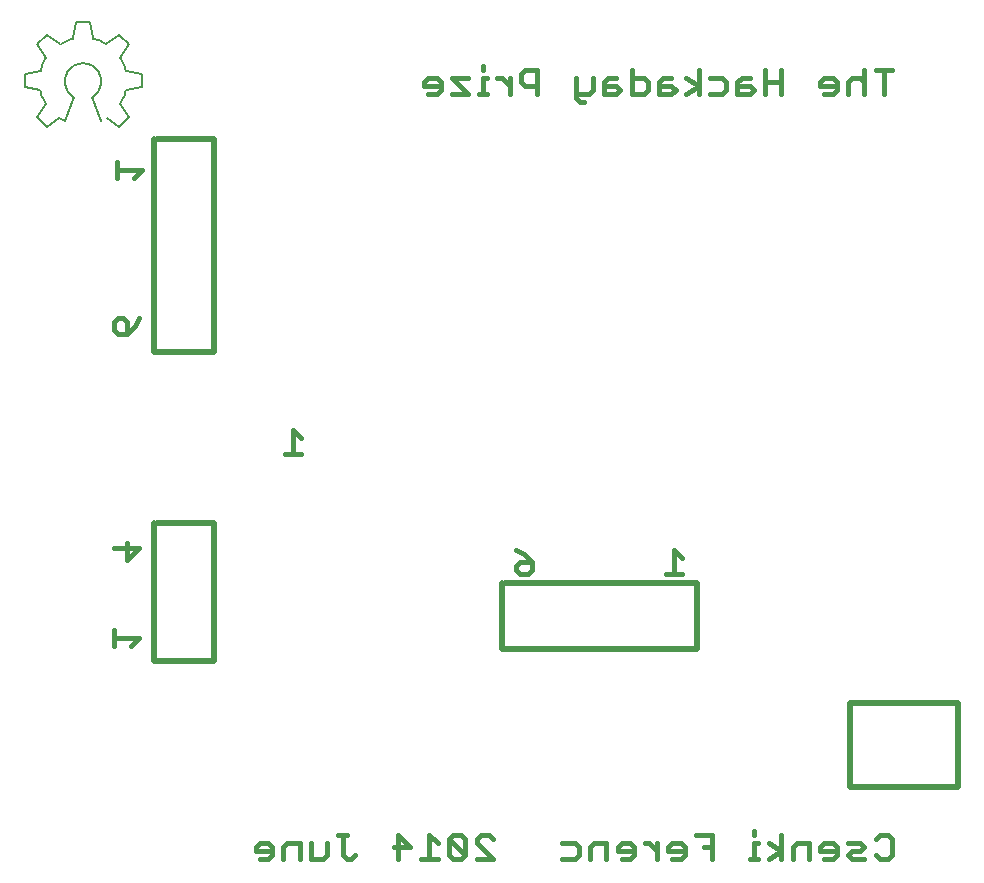
<source format=gbo>
G75*
%MOIN*%
%OFA0B0*%
%FSLAX24Y24*%
%IPPOS*%
%LPD*%
%AMOC8*
5,1,8,0,0,1.08239X$1,22.5*
%
%ADD10C,0.0180*%
%ADD11C,0.0200*%
%ADD12C,0.0080*%
D10*
X009054Y008658D02*
X009054Y009205D01*
X009054Y008932D02*
X009875Y008932D01*
X009601Y008658D01*
X009465Y011537D02*
X009465Y012084D01*
X009875Y011948D02*
X009054Y011948D01*
X009465Y011537D02*
X009875Y011948D01*
X014727Y015058D02*
X015274Y015058D01*
X015001Y015058D02*
X015001Y015879D01*
X015274Y015605D01*
X009738Y019332D02*
X009465Y019058D01*
X009465Y019468D01*
X009328Y019605D01*
X009191Y019605D01*
X009054Y019468D01*
X009054Y019195D01*
X009191Y019058D01*
X009465Y019058D01*
X009738Y019332D02*
X009875Y019605D01*
X009701Y024258D02*
X009975Y024532D01*
X009154Y024532D01*
X009154Y024805D02*
X009154Y024258D01*
X019388Y027332D02*
X019935Y027332D01*
X019935Y027468D02*
X019935Y027195D01*
X019798Y027058D01*
X019524Y027058D01*
X019388Y027332D02*
X019388Y027468D01*
X019524Y027605D01*
X019798Y027605D01*
X019935Y027468D01*
X020308Y027605D02*
X020855Y027058D01*
X020308Y027058D01*
X020308Y027605D02*
X020855Y027605D01*
X021333Y027605D02*
X021333Y027058D01*
X021469Y027058D02*
X021196Y027058D01*
X021333Y027605D02*
X021469Y027605D01*
X021333Y027879D02*
X021333Y028015D01*
X021826Y027605D02*
X021963Y027605D01*
X022237Y027332D01*
X022237Y027605D02*
X022237Y027058D01*
X022610Y027468D02*
X022747Y027332D01*
X023157Y027332D01*
X023157Y027058D02*
X023157Y027879D01*
X022747Y027879D01*
X022610Y027742D01*
X022610Y027468D01*
X024452Y027605D02*
X024452Y026921D01*
X024589Y026784D01*
X024725Y026784D01*
X024862Y027058D02*
X024452Y027058D01*
X024862Y027058D02*
X024999Y027195D01*
X024999Y027605D01*
X025373Y027468D02*
X025373Y027058D01*
X025783Y027058D01*
X025920Y027195D01*
X025783Y027332D01*
X025373Y027332D01*
X025373Y027468D02*
X025509Y027605D01*
X025783Y027605D01*
X026293Y027605D02*
X026704Y027605D01*
X026841Y027468D01*
X026841Y027195D01*
X026704Y027058D01*
X026293Y027058D01*
X026293Y027879D01*
X027214Y027468D02*
X027214Y027058D01*
X027625Y027058D01*
X027761Y027195D01*
X027625Y027332D01*
X027214Y027332D01*
X027214Y027468D02*
X027351Y027605D01*
X027625Y027605D01*
X028118Y027605D02*
X028529Y027332D01*
X028118Y027058D01*
X028529Y027058D02*
X028529Y027879D01*
X028902Y027605D02*
X029313Y027605D01*
X029449Y027468D01*
X029449Y027195D01*
X029313Y027058D01*
X028902Y027058D01*
X029823Y027058D02*
X029823Y027468D01*
X029960Y027605D01*
X030233Y027605D01*
X030233Y027332D02*
X029823Y027332D01*
X029823Y027058D02*
X030233Y027058D01*
X030370Y027195D01*
X030233Y027332D01*
X030744Y027468D02*
X031291Y027468D01*
X031291Y027058D02*
X031291Y027879D01*
X030744Y027879D02*
X030744Y027058D01*
X032585Y027332D02*
X033133Y027332D01*
X033133Y027468D02*
X033133Y027195D01*
X032996Y027058D01*
X032722Y027058D01*
X032585Y027332D02*
X032585Y027468D01*
X032722Y027605D01*
X032996Y027605D01*
X033133Y027468D01*
X033506Y027468D02*
X033506Y027058D01*
X033506Y027468D02*
X033643Y027605D01*
X033917Y027605D01*
X034053Y027468D01*
X034053Y027058D02*
X034053Y027879D01*
X034427Y027879D02*
X034974Y027879D01*
X034701Y027879D02*
X034701Y027058D01*
X027701Y011879D02*
X027701Y011058D01*
X027974Y011058D02*
X027427Y011058D01*
X027974Y011605D02*
X027701Y011879D01*
X022974Y011468D02*
X022974Y011195D01*
X022837Y011058D01*
X022564Y011058D01*
X022427Y011195D01*
X022427Y011332D01*
X022564Y011468D01*
X022974Y011468D01*
X022701Y011742D01*
X022427Y011879D01*
X030387Y002515D02*
X030387Y002379D01*
X030387Y002105D02*
X030387Y001558D01*
X030524Y001558D02*
X030250Y001558D01*
X030387Y002105D02*
X030524Y002105D01*
X030881Y002105D02*
X031291Y001832D01*
X030881Y001558D01*
X031291Y001558D02*
X031291Y002379D01*
X031665Y001968D02*
X031665Y001558D01*
X031665Y001968D02*
X031801Y002105D01*
X032212Y002105D01*
X032212Y001558D01*
X032585Y001832D02*
X033133Y001832D01*
X033133Y001968D02*
X032996Y002105D01*
X032722Y002105D01*
X032585Y001968D01*
X032585Y001832D01*
X032722Y001558D02*
X032996Y001558D01*
X033133Y001695D01*
X033133Y001968D01*
X033506Y002105D02*
X033917Y002105D01*
X034053Y001968D01*
X033917Y001832D01*
X033643Y001832D01*
X033506Y001695D01*
X033643Y001558D01*
X034053Y001558D01*
X034427Y001695D02*
X034564Y001558D01*
X034837Y001558D01*
X034974Y001695D01*
X034974Y002242D01*
X034837Y002379D01*
X034564Y002379D01*
X034427Y002242D01*
X028989Y002379D02*
X028989Y001558D01*
X028989Y001968D02*
X028715Y001968D01*
X028989Y002379D02*
X028442Y002379D01*
X028068Y001968D02*
X027931Y002105D01*
X027658Y002105D01*
X027521Y001968D01*
X027521Y001832D01*
X028068Y001832D01*
X028068Y001968D02*
X028068Y001695D01*
X027931Y001558D01*
X027658Y001558D01*
X027147Y001558D02*
X027147Y002105D01*
X026874Y002105D02*
X026737Y002105D01*
X026874Y002105D02*
X027147Y001832D01*
X026380Y001832D02*
X025833Y001832D01*
X025833Y001968D01*
X025970Y002105D01*
X026243Y002105D01*
X026380Y001968D01*
X026380Y001695D01*
X026243Y001558D01*
X025970Y001558D01*
X025459Y001558D02*
X025459Y002105D01*
X025049Y002105D01*
X024912Y001968D01*
X024912Y001558D01*
X024539Y001695D02*
X024539Y001968D01*
X024402Y002105D01*
X023991Y002105D01*
X023991Y001558D02*
X024402Y001558D01*
X024539Y001695D01*
X021674Y001558D02*
X021127Y002105D01*
X021127Y002242D01*
X021264Y002379D01*
X021537Y002379D01*
X021674Y002242D01*
X021674Y001558D02*
X021127Y001558D01*
X020753Y001695D02*
X020206Y002242D01*
X020206Y001695D01*
X020343Y001558D01*
X020617Y001558D01*
X020753Y001695D01*
X020753Y002242D01*
X020617Y002379D01*
X020343Y002379D01*
X020206Y002242D01*
X019833Y002105D02*
X019559Y002379D01*
X019559Y001558D01*
X019833Y001558D02*
X019285Y001558D01*
X018912Y001968D02*
X018365Y001968D01*
X018501Y001558D02*
X018501Y002379D01*
X018912Y001968D01*
X017070Y001695D02*
X016933Y001558D01*
X016797Y001558D01*
X016660Y001695D01*
X016660Y002379D01*
X016797Y002379D02*
X016523Y002379D01*
X016149Y002105D02*
X016149Y001695D01*
X016013Y001558D01*
X015602Y001558D01*
X015602Y002105D01*
X015229Y002105D02*
X014818Y002105D01*
X014682Y001968D01*
X014682Y001558D01*
X014308Y001695D02*
X014308Y001968D01*
X014171Y002105D01*
X013898Y002105D01*
X013761Y001968D01*
X013761Y001832D01*
X014308Y001832D01*
X014308Y001695D02*
X014171Y001558D01*
X013898Y001558D01*
X015229Y001558D02*
X015229Y002105D01*
D11*
X010364Y008168D02*
X010364Y012768D01*
X010464Y012768D02*
X012364Y012768D01*
X012364Y008168D01*
X010364Y008168D01*
X021964Y008568D02*
X021964Y010768D01*
X022064Y010768D02*
X028464Y010768D01*
X028464Y008568D01*
X021964Y008568D01*
X033564Y006768D02*
X033564Y003968D01*
X037164Y003968D01*
X037164Y006768D01*
X033564Y006768D01*
X012364Y018468D02*
X010364Y018468D01*
X010364Y025568D01*
X010464Y025568D02*
X012364Y025568D01*
X012364Y018468D01*
D12*
X009224Y025968D02*
X009554Y026298D01*
X009254Y026728D01*
X009444Y027188D02*
X009964Y027288D01*
X009964Y027738D01*
X009434Y027838D01*
X009244Y028278D02*
X009554Y028728D01*
X009224Y029048D01*
X008774Y028738D01*
X008344Y028918D02*
X008244Y029458D01*
X007784Y029458D01*
X007684Y028918D01*
X007254Y028738D02*
X006794Y029048D01*
X006474Y028728D01*
X006784Y028278D01*
X006594Y027838D02*
X006064Y027738D01*
X006064Y027288D01*
X006584Y027188D01*
X006764Y026728D02*
X006474Y026298D01*
X006794Y025978D01*
X007214Y026258D01*
X007394Y026158D01*
X007724Y026958D01*
X008294Y026958D02*
X008624Y026158D01*
X008804Y026258D02*
X009224Y025968D01*
X008774Y028738D02*
X008716Y028771D01*
X008657Y028801D01*
X008596Y028828D01*
X008535Y028852D01*
X008472Y028874D01*
X008408Y028893D01*
X008344Y028908D01*
X009244Y028278D02*
X009280Y028220D01*
X009313Y028159D01*
X009344Y028097D01*
X009371Y028034D01*
X009395Y027970D01*
X009416Y027904D01*
X009434Y027838D01*
X007685Y028908D02*
X007611Y028889D01*
X007539Y028866D01*
X007468Y028839D01*
X007398Y028809D01*
X007331Y028775D01*
X007265Y028738D01*
X007724Y026958D02*
X007682Y026982D01*
X007643Y027010D01*
X007606Y027041D01*
X007571Y027075D01*
X007539Y027111D01*
X007511Y027150D01*
X007485Y027191D01*
X007463Y027234D01*
X007445Y027279D01*
X007430Y027325D01*
X007418Y027372D01*
X007411Y027419D01*
X007407Y027467D01*
X007408Y027516D01*
X007412Y027564D01*
X007420Y027611D01*
X007432Y027658D01*
X007447Y027704D01*
X007466Y027748D01*
X007489Y027791D01*
X007515Y027832D01*
X007544Y027870D01*
X007576Y027906D01*
X007611Y027940D01*
X007649Y027970D01*
X007688Y027997D01*
X007730Y028022D01*
X007774Y028042D01*
X007819Y028059D01*
X007865Y028073D01*
X007913Y028082D01*
X007961Y028088D01*
X008009Y028090D01*
X008057Y028088D01*
X008105Y028082D01*
X008153Y028073D01*
X008199Y028059D01*
X008244Y028042D01*
X008288Y028022D01*
X008330Y027997D01*
X008369Y027970D01*
X008407Y027940D01*
X008442Y027906D01*
X008474Y027870D01*
X008503Y027832D01*
X008529Y027791D01*
X008552Y027748D01*
X008571Y027704D01*
X008586Y027658D01*
X008598Y027611D01*
X008606Y027564D01*
X008610Y027516D01*
X008611Y027467D01*
X008607Y027419D01*
X008600Y027372D01*
X008588Y027325D01*
X008573Y027279D01*
X008555Y027234D01*
X008533Y027191D01*
X008507Y027150D01*
X008479Y027111D01*
X008447Y027075D01*
X008412Y027041D01*
X008375Y027010D01*
X008336Y026982D01*
X008294Y026958D01*
X006764Y026727D02*
X006729Y026789D01*
X006696Y026852D01*
X006667Y026917D01*
X006642Y026983D01*
X006619Y027050D01*
X006600Y027118D01*
X006584Y027188D01*
X009254Y026727D02*
X009289Y026789D01*
X009322Y026852D01*
X009351Y026917D01*
X009376Y026983D01*
X009399Y027050D01*
X009418Y027118D01*
X009434Y027188D01*
X006784Y028278D02*
X006748Y028219D01*
X006715Y028159D01*
X006685Y028097D01*
X006658Y028034D01*
X006633Y027970D01*
X006612Y027904D01*
X006594Y027838D01*
M02*

</source>
